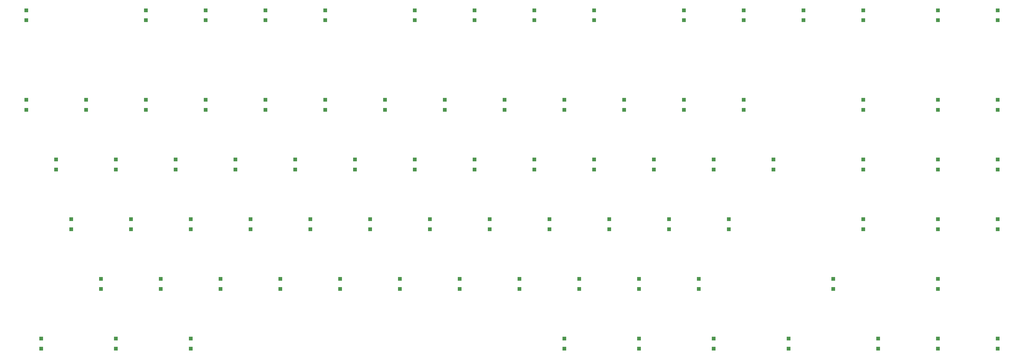
<source format=gbr>
G04 #@! TF.GenerationSoftware,KiCad,Pcbnew,(6.0.7-1)-1*
G04 #@! TF.CreationDate,2022-09-16T09:39:52+09:00*
G04 #@! TF.ProjectId,keyboard,6b657962-6f61-4726-942e-6b696361645f,rev?*
G04 #@! TF.SameCoordinates,Original*
G04 #@! TF.FileFunction,Paste,Top*
G04 #@! TF.FilePolarity,Positive*
%FSLAX46Y46*%
G04 Gerber Fmt 4.6, Leading zero omitted, Abs format (unit mm)*
G04 Created by KiCad (PCBNEW (6.0.7-1)-1) date 2022-09-16 09:39:52*
%MOMM*%
%LPD*%
G01*
G04 APERTURE LIST*
%ADD10R,1.200000X1.200000*%
G04 APERTURE END LIST*
D10*
X96202500Y-134925000D03*
X96202500Y-131775000D03*
X191452500Y-134925000D03*
X191452500Y-131775000D03*
X343852500Y-115875000D03*
X343852500Y-112725000D03*
X272415000Y-96825000D03*
X272415000Y-93675000D03*
X362902500Y-96825000D03*
X362902500Y-93675000D03*
X362902500Y-77775000D03*
X362902500Y-74625000D03*
X143827500Y-115875000D03*
X143827500Y-112725000D03*
X320040000Y-115875000D03*
X320040000Y-112725000D03*
X320040000Y-96825000D03*
X320040000Y-93675000D03*
X343852500Y-96825000D03*
X343852500Y-93675000D03*
X239077500Y-115875000D03*
X239077500Y-112725000D03*
X229552500Y-134925000D03*
X229552500Y-131775000D03*
X320040000Y-77775000D03*
X320040000Y-74625000D03*
X300990000Y-49200000D03*
X300990000Y-46050000D03*
X105727500Y-115875000D03*
X105727500Y-112725000D03*
X72390000Y-77775000D03*
X72390000Y-74625000D03*
X124777500Y-115875000D03*
X124777500Y-112725000D03*
X267652500Y-134925000D03*
X267652500Y-131775000D03*
X129540000Y-77775000D03*
X129540000Y-74625000D03*
X58102500Y-153975000D03*
X58102500Y-150825000D03*
X320040000Y-49200000D03*
X320040000Y-46050000D03*
X148590000Y-49200000D03*
X148590000Y-46050000D03*
X258127500Y-115875000D03*
X258127500Y-112725000D03*
X110490000Y-77775000D03*
X110490000Y-74625000D03*
X291465000Y-96825000D03*
X291465000Y-93675000D03*
X181927500Y-115875000D03*
X181927500Y-112725000D03*
X281940000Y-77775000D03*
X281940000Y-74625000D03*
X148590000Y-77775000D03*
X148590000Y-74625000D03*
X100965000Y-96825000D03*
X100965000Y-93675000D03*
X248602500Y-153975000D03*
X248602500Y-150825000D03*
X77152500Y-134925000D03*
X77152500Y-131775000D03*
X248602500Y-134925000D03*
X248602500Y-131775000D03*
X362902500Y-115875000D03*
X362902500Y-112725000D03*
X277177500Y-115875000D03*
X277177500Y-112725000D03*
X129540000Y-49200000D03*
X129540000Y-46050000D03*
X81915000Y-153975000D03*
X81915000Y-150825000D03*
X81915000Y-96825000D03*
X81915000Y-93675000D03*
X115252500Y-134925000D03*
X115252500Y-131775000D03*
X53340000Y-77775000D03*
X53340000Y-74625000D03*
X272415000Y-153975000D03*
X272415000Y-150825000D03*
X200977500Y-115875000D03*
X200977500Y-112725000D03*
X243840000Y-77775000D03*
X243840000Y-74625000D03*
X343852500Y-134925000D03*
X343852500Y-131775000D03*
X62865000Y-96825000D03*
X62865000Y-93675000D03*
X134302500Y-134925000D03*
X134302500Y-131775000D03*
X281940000Y-49200000D03*
X281940000Y-46050000D03*
X296227500Y-153975000D03*
X296227500Y-150825000D03*
X210502500Y-134925000D03*
X210502500Y-131775000D03*
X324802500Y-153975000D03*
X324802500Y-150825000D03*
X186690000Y-77775000D03*
X186690000Y-74625000D03*
X224790000Y-77775000D03*
X224790000Y-74625000D03*
X215265000Y-96825000D03*
X215265000Y-93675000D03*
X162877500Y-115875000D03*
X162877500Y-112725000D03*
X196215000Y-49200000D03*
X196215000Y-46050000D03*
X53340000Y-49200000D03*
X53340000Y-46050000D03*
X110490000Y-49200000D03*
X110490000Y-46050000D03*
X253365000Y-96825000D03*
X253365000Y-93675000D03*
X167640000Y-77775000D03*
X167640000Y-74625000D03*
X234315000Y-49200000D03*
X234315000Y-46050000D03*
X86677500Y-115875000D03*
X86677500Y-112725000D03*
X234315000Y-96825000D03*
X234315000Y-93675000D03*
X362902500Y-49200000D03*
X362902500Y-46050000D03*
X177165000Y-49200000D03*
X177165000Y-46050000D03*
X262890000Y-49200000D03*
X262890000Y-46050000D03*
X343852500Y-77775000D03*
X343852500Y-74625000D03*
X343852500Y-49200000D03*
X343852500Y-46050000D03*
X262890000Y-77775000D03*
X262890000Y-74625000D03*
X343852500Y-153975000D03*
X343852500Y-150825000D03*
X205740000Y-77775000D03*
X205740000Y-74625000D03*
X172402500Y-134925000D03*
X172402500Y-131775000D03*
X158115000Y-96825000D03*
X158115000Y-93675000D03*
X120015000Y-96825000D03*
X120015000Y-93675000D03*
X362902500Y-153975000D03*
X362902500Y-150825000D03*
X91440000Y-77775000D03*
X91440000Y-74625000D03*
X91440000Y-49200000D03*
X91440000Y-46050000D03*
X139065000Y-96825000D03*
X139065000Y-93675000D03*
X310515000Y-134925000D03*
X310515000Y-131775000D03*
X67627500Y-115875000D03*
X67627500Y-112725000D03*
X153352500Y-134925000D03*
X153352500Y-131775000D03*
X105727500Y-153975000D03*
X105727500Y-150825000D03*
X224790000Y-153975000D03*
X224790000Y-150825000D03*
X215265000Y-49200000D03*
X215265000Y-46050000D03*
X177165000Y-96825000D03*
X177165000Y-93675000D03*
X220027500Y-115875000D03*
X220027500Y-112725000D03*
X196215000Y-96825000D03*
X196215000Y-93675000D03*
M02*

</source>
